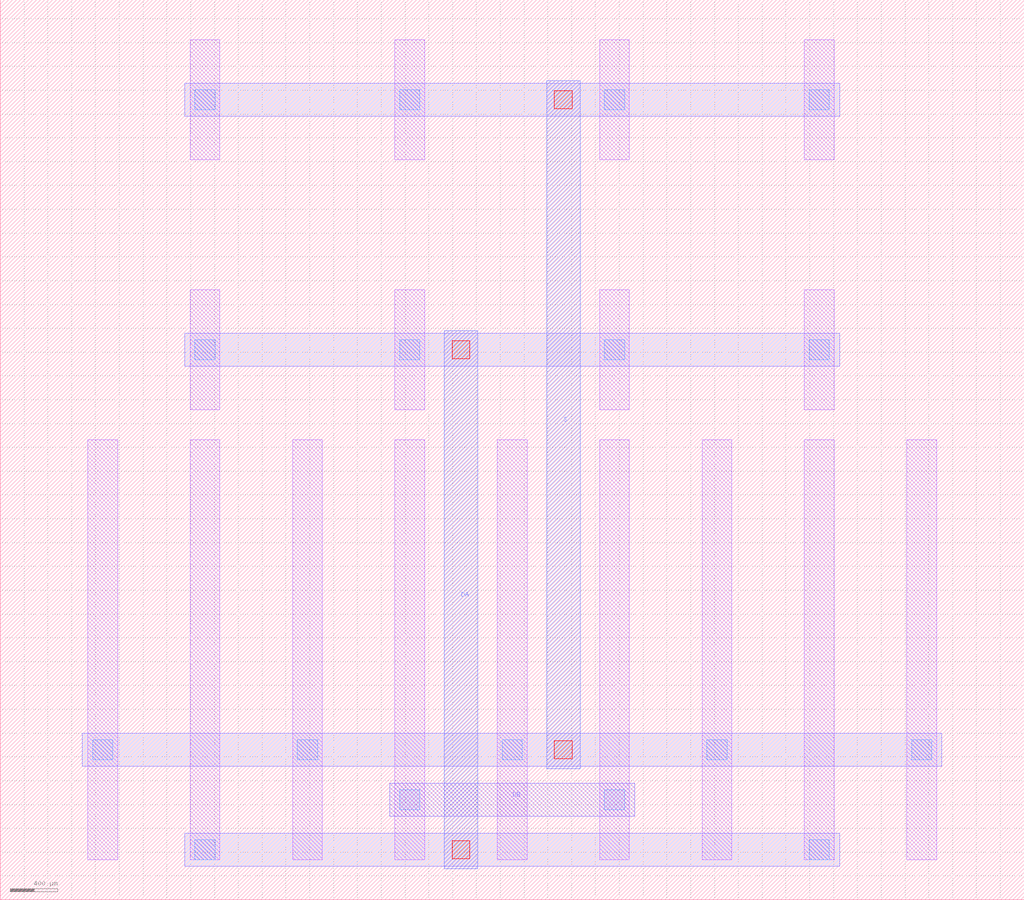
<source format=lef>
MACRO SCM_NMOS_5643887_X2_Y1
  UNITS 
    DATABASE MICRONS UNITS 1000;
  END UNITS 
  ORIGIN 0 0 ;
  FOREIGN SCM_NMOS_5643887_X2_Y1 0 0 ;
  SIZE 8600 BY 7560 ;
  PIN DA
    DIRECTION INOUT ;
    USE SIGNAL ;
    PORT
      LAYER M3 ;
        RECT 3730 260 4010 4780 ;
    END
  END DA
  PIN DB
    DIRECTION INOUT ;
    USE SIGNAL ;
    PORT
      LAYER M2 ;
        RECT 3270 700 5330 980 ;
    END
  END DB
  PIN S
    DIRECTION INOUT ;
    USE SIGNAL ;
    PORT
      LAYER M3 ;
        RECT 4590 1100 4870 6880 ;
    END
  END S
  OBS
    LAYER M1 ;
      RECT 1595 335 1845 3865 ;
    LAYER M1 ;
      RECT 1595 4115 1845 5125 ;
    LAYER M1 ;
      RECT 1595 6215 1845 7225 ;
    LAYER M1 ;
      RECT 735 335 985 3865 ;
    LAYER M1 ;
      RECT 2455 335 2705 3865 ;
    LAYER M1 ;
      RECT 3315 335 3565 3865 ;
    LAYER M1 ;
      RECT 3315 4115 3565 5125 ;
    LAYER M1 ;
      RECT 3315 6215 3565 7225 ;
    LAYER M1 ;
      RECT 4175 335 4425 3865 ;
    LAYER M1 ;
      RECT 5035 335 5285 3865 ;
    LAYER M1 ;
      RECT 5035 4115 5285 5125 ;
    LAYER M1 ;
      RECT 5035 6215 5285 7225 ;
    LAYER M1 ;
      RECT 5895 335 6145 3865 ;
    LAYER M1 ;
      RECT 6755 335 7005 3865 ;
    LAYER M1 ;
      RECT 6755 4115 7005 5125 ;
    LAYER M1 ;
      RECT 6755 6215 7005 7225 ;
    LAYER M1 ;
      RECT 7615 335 7865 3865 ;
    LAYER M2 ;
      RECT 1550 4480 7050 4760 ;
    LAYER M2 ;
      RECT 1550 280 7050 560 ;
    LAYER M2 ;
      RECT 690 1120 7910 1400 ;
    LAYER M2 ;
      RECT 1550 6580 7050 6860 ;
    LAYER V1 ;
      RECT 6795 335 6965 505 ;
    LAYER V1 ;
      RECT 6795 4535 6965 4705 ;
    LAYER V1 ;
      RECT 6795 6635 6965 6805 ;
    LAYER V1 ;
      RECT 1635 335 1805 505 ;
    LAYER V1 ;
      RECT 1635 4535 1805 4705 ;
    LAYER V1 ;
      RECT 1635 6635 1805 6805 ;
    LAYER V1 ;
      RECT 5075 755 5245 925 ;
    LAYER V1 ;
      RECT 5075 4535 5245 4705 ;
    LAYER V1 ;
      RECT 5075 6635 5245 6805 ;
    LAYER V1 ;
      RECT 3355 755 3525 925 ;
    LAYER V1 ;
      RECT 3355 4535 3525 4705 ;
    LAYER V1 ;
      RECT 3355 6635 3525 6805 ;
    LAYER V1 ;
      RECT 775 1175 945 1345 ;
    LAYER V1 ;
      RECT 2495 1175 2665 1345 ;
    LAYER V1 ;
      RECT 4215 1175 4385 1345 ;
    LAYER V1 ;
      RECT 5935 1175 6105 1345 ;
    LAYER V1 ;
      RECT 7655 1175 7825 1345 ;
    LAYER V2 ;
      RECT 3795 345 3945 495 ;
    LAYER V2 ;
      RECT 3795 4545 3945 4695 ;
    LAYER V2 ;
      RECT 4655 1185 4805 1335 ;
    LAYER V2 ;
      RECT 4655 6645 4805 6795 ;
  END
END SCM_NMOS_5643887_X2_Y1

</source>
